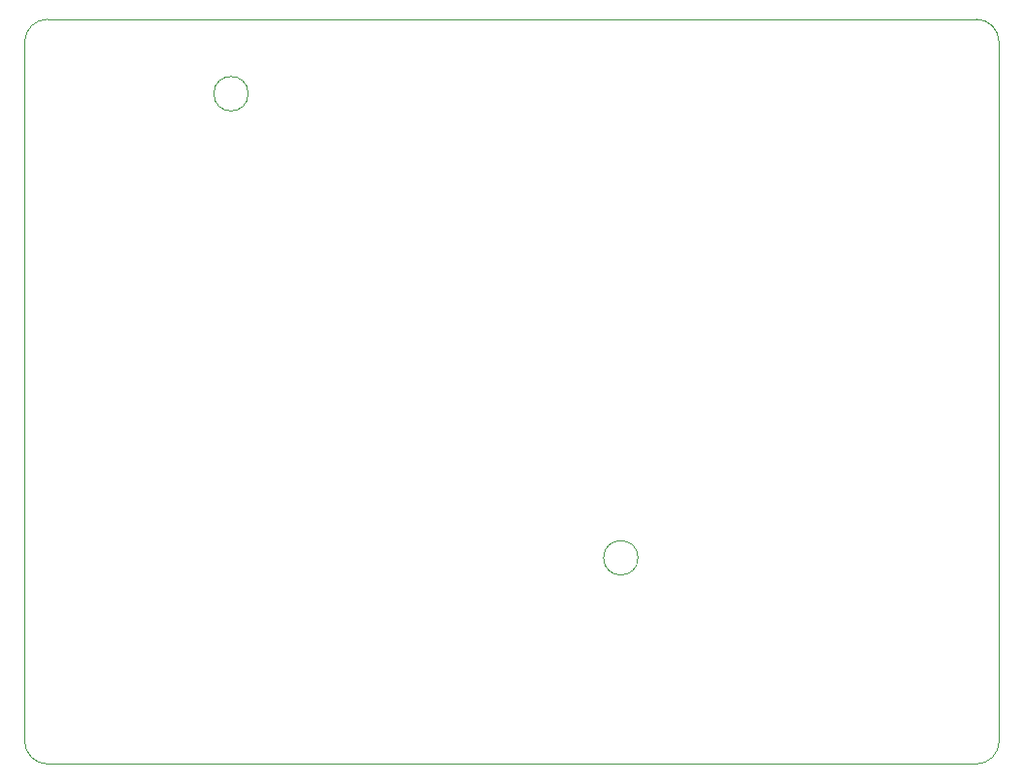
<source format=gm1>
G04 #@! TF.GenerationSoftware,KiCad,Pcbnew,5.1.10-88a1d61d58~90~ubuntu20.04.1*
G04 #@! TF.CreationDate,2021-08-15T15:07:41+03:00*
G04 #@! TF.ProjectId,DepremSanat,44657072-656d-4536-916e-61742e6b6963,rev?*
G04 #@! TF.SameCoordinates,Original*
G04 #@! TF.FileFunction,Profile,NP*
%FSLAX46Y46*%
G04 Gerber Fmt 4.6, Leading zero omitted, Abs format (unit mm)*
G04 Created by KiCad (PCBNEW 5.1.10-88a1d61d58~90~ubuntu20.04.1) date 2021-08-15 15:07:41*
%MOMM*%
%LPD*%
G01*
G04 APERTURE LIST*
G04 #@! TA.AperFunction,Profile*
%ADD10C,0.050000*%
G04 #@! TD*
G04 APERTURE END LIST*
D10*
X189000000Y-57000000D02*
G75*
G02*
X191000000Y-59000000I0J-2000000D01*
G01*
X191000000Y-120000000D02*
G75*
G02*
X189000000Y-122000000I-2000000J0D01*
G01*
X108000000Y-122000000D02*
G75*
G02*
X106000000Y-120000000I0J2000000D01*
G01*
X106000000Y-59000000D02*
G75*
G02*
X108000000Y-57000000I2000000J0D01*
G01*
X191000000Y-59000000D02*
X191000000Y-120000000D01*
X108000000Y-57000000D02*
X189000000Y-57000000D01*
X106000000Y-120000000D02*
X106000000Y-59000000D01*
X189000000Y-122000000D02*
X108000000Y-122000000D01*
X125500000Y-63500000D02*
G75*
G03*
X125500000Y-63500000I-1500000J0D01*
G01*
X159500000Y-104000000D02*
G75*
G03*
X159500000Y-104000000I-1500000J0D01*
G01*
M02*

</source>
